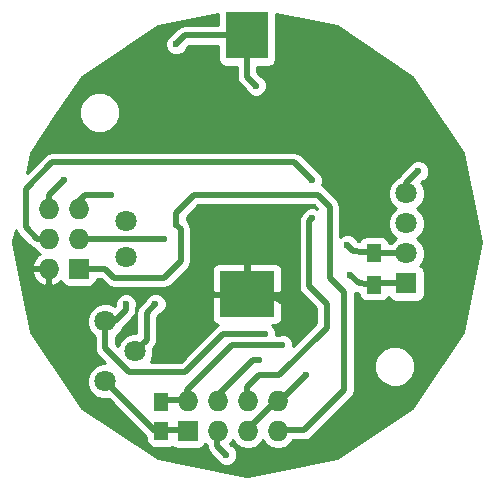
<source format=gbl>
G04 #@! TF.FileFunction,Copper,L2,Bot,Signal*
%FSLAX46Y46*%
G04 Gerber Fmt 4.6, Leading zero omitted, Abs format (unit mm)*
G04 Created by KiCad (PCBNEW 4.0.4+e1-6308~48~ubuntu16.04.1-stable) date Tue Dec 13 09:27:16 2016*
%MOMM*%
%LPD*%
G01*
G04 APERTURE LIST*
%ADD10C,0.100000*%
%ADD11R,3.600000X4.000000*%
%ADD12R,4.600000X4.000000*%
%ADD13R,1.250000X1.500000*%
%ADD14R,1.300000X1.500000*%
%ADD15R,1.727200X1.727200*%
%ADD16O,1.727200X1.727200*%
%ADD17C,1.800000*%
%ADD18R,1.800000X1.800000*%
%ADD19C,0.600000*%
%ADD20C,0.500000*%
%ADD21C,0.254000*%
G04 APERTURE END LIST*
D10*
D11*
X189500000Y-100250000D03*
D12*
X189500000Y-122150000D03*
D13*
X182250000Y-131250000D03*
X182250000Y-133750000D03*
D14*
X200250000Y-118650000D03*
X200250000Y-121350000D03*
D15*
X175250000Y-120000000D03*
D16*
X172710000Y-120000000D03*
X175250000Y-117460000D03*
X172710000Y-117460000D03*
X175250000Y-114920000D03*
X172710000Y-114920000D03*
D15*
X184500000Y-133750000D03*
D16*
X184500000Y-131210000D03*
X187040000Y-133750000D03*
X187040000Y-131210000D03*
X189580000Y-133750000D03*
X189580000Y-131210000D03*
X192120000Y-133750000D03*
X192120000Y-131210000D03*
D17*
X179250000Y-119000000D03*
X179250000Y-116000000D03*
X177500000Y-129540000D03*
X177500000Y-124460000D03*
X180040000Y-127000000D03*
D18*
X203000000Y-121250000D03*
D17*
X203000000Y-118710000D03*
X203000000Y-116170000D03*
X203000000Y-113630000D03*
D19*
X190250000Y-104500000D03*
X183500000Y-101000000D03*
X204000000Y-111750000D03*
X174000000Y-112500000D03*
X192500000Y-115000000D03*
X195000000Y-124250000D03*
X183500000Y-116250000D03*
X194500000Y-129000000D03*
X182500000Y-117500000D03*
X190500000Y-127750000D03*
X187750000Y-135750000D03*
X181750000Y-123000000D03*
X178000000Y-113750000D03*
X198000000Y-118000000D03*
X195000000Y-112500000D03*
X195000000Y-115750000D03*
X192500000Y-126500000D03*
X179250000Y-123000000D03*
X191000000Y-125500000D03*
X198250000Y-120500000D03*
D20*
X189500000Y-100250000D02*
X189500000Y-103750000D01*
X189500000Y-103750000D02*
X190250000Y-104500000D01*
X189250000Y-100500000D02*
X189500000Y-100250000D01*
X189500000Y-100250000D02*
X184250000Y-100250000D01*
X184250000Y-100250000D02*
X183500000Y-101000000D01*
X203000000Y-113630000D02*
X203000000Y-112750000D01*
X203000000Y-112750000D02*
X204000000Y-111750000D01*
X172710000Y-114920000D02*
X172710000Y-113790000D01*
X172710000Y-113790000D02*
X174000000Y-112500000D01*
X182250000Y-133750000D02*
X181710000Y-133750000D01*
X181710000Y-133750000D02*
X177500000Y-129540000D01*
X184440000Y-133650000D02*
X182350000Y-133650000D01*
X182350000Y-133650000D02*
X182250000Y-133750000D01*
X189500000Y-122150000D02*
X189500000Y-118000000D01*
X189500000Y-118000000D02*
X192500000Y-115000000D01*
X195000000Y-124250000D02*
X191400000Y-122150000D01*
X191400000Y-122150000D02*
X189500000Y-122150000D01*
X175250000Y-120000000D02*
X177500000Y-120000000D01*
X182500000Y-120750000D02*
X183870000Y-119380000D01*
X178250000Y-120750000D02*
X182500000Y-120750000D01*
X177500000Y-120000000D02*
X178250000Y-120750000D01*
X183870000Y-119380000D02*
X183870000Y-116630000D01*
X183870000Y-116630000D02*
X183500000Y-116260000D01*
X183500000Y-116250000D02*
X183500000Y-116260000D01*
X183500000Y-116260000D02*
X183500000Y-115250000D01*
X183500000Y-115250000D02*
X185000000Y-113750000D01*
X185000000Y-113750000D02*
X195500000Y-113750000D01*
X195500000Y-113750000D02*
X196500000Y-114750000D01*
X194350000Y-133650000D02*
X192060000Y-133650000D01*
X197750000Y-130250000D02*
X194350000Y-133650000D01*
X197750000Y-122000000D02*
X197750000Y-130250000D01*
X196500000Y-120750000D02*
X197750000Y-122000000D01*
X196500000Y-114750000D02*
X196500000Y-120750000D01*
X194500000Y-129000000D02*
X192390000Y-131110000D01*
X192390000Y-131110000D02*
X192060000Y-131110000D01*
X189520000Y-133650000D02*
X192060000Y-131110000D01*
X182500000Y-117500000D02*
X182460000Y-117460000D01*
X182460000Y-117460000D02*
X175250000Y-117460000D01*
X186980000Y-131110000D02*
X186980000Y-130770000D01*
X186980000Y-130770000D02*
X190000000Y-127750000D01*
X190000000Y-127750000D02*
X190500000Y-127750000D01*
X186980000Y-134980000D02*
X186980000Y-133650000D01*
X187750000Y-135750000D02*
X186980000Y-134980000D01*
X181000000Y-126040000D02*
X180040000Y-127000000D01*
X181000000Y-123750000D02*
X181000000Y-126040000D01*
X181750000Y-123000000D02*
X181000000Y-123750000D01*
X175750000Y-113750000D02*
X175250000Y-114250000D01*
X178000000Y-113750000D02*
X175750000Y-113750000D01*
X175250000Y-114250000D02*
X175250000Y-114920000D01*
X200250000Y-118650000D02*
X198500000Y-118500000D01*
X198500000Y-118500000D02*
X198000000Y-118000000D01*
X203000000Y-118710000D02*
X200310000Y-118710000D01*
X200310000Y-118710000D02*
X200250000Y-118650000D01*
X172710000Y-117460000D02*
X171710000Y-117460000D01*
X170750000Y-113250000D02*
X173000000Y-111000000D01*
X170750000Y-116500000D02*
X170750000Y-113250000D01*
X171710000Y-117460000D02*
X170750000Y-116500000D01*
X193500000Y-111000000D02*
X195000000Y-112500000D01*
X173000000Y-111000000D02*
X193500000Y-111000000D01*
X194750000Y-116000000D02*
X195000000Y-115750000D01*
X194750000Y-116000000D02*
X194750000Y-121500000D01*
X194750000Y-121500000D02*
X196250000Y-123000000D01*
X189520000Y-131110000D02*
X189520000Y-129980000D01*
X190500000Y-129000000D02*
X189520000Y-129980000D01*
X192250000Y-129000000D02*
X190500000Y-129000000D01*
X196250000Y-125000000D02*
X192250000Y-129000000D01*
X196250000Y-123000000D02*
X196250000Y-125000000D01*
X184440000Y-130310000D02*
X184440000Y-131110000D01*
X188250000Y-126500000D02*
X184440000Y-130310000D01*
X192500000Y-126500000D02*
X188250000Y-126500000D01*
X184440000Y-131110000D02*
X182390000Y-131110000D01*
X182390000Y-131110000D02*
X182250000Y-131250000D01*
X177500000Y-124460000D02*
X178290000Y-124460000D01*
X179250000Y-123500000D02*
X179250000Y-123000000D01*
X178290000Y-124460000D02*
X179250000Y-123500000D01*
X177500000Y-126750000D02*
X177500000Y-124460000D01*
X179500000Y-128750000D02*
X177500000Y-126750000D01*
X184250000Y-128750000D02*
X179500000Y-128750000D01*
X187500000Y-125500000D02*
X184250000Y-128750000D01*
X191000000Y-125500000D02*
X187500000Y-125500000D01*
X177500000Y-124460000D02*
X177500000Y-124000000D01*
X199000000Y-121250000D02*
X200250000Y-121350000D01*
X198250000Y-120500000D02*
X199000000Y-121250000D01*
X203000000Y-121250000D02*
X200350000Y-121250000D01*
X200350000Y-121250000D02*
X200250000Y-121350000D01*
D21*
G36*
X197078554Y-99453753D02*
X203503341Y-103746659D01*
X207796247Y-110171446D01*
X209303715Y-117750000D01*
X207796247Y-125328554D01*
X203503341Y-131753341D01*
X197078554Y-136046247D01*
X189568950Y-137540000D01*
X189500000Y-137526285D01*
X189431050Y-137540000D01*
X181921446Y-136046247D01*
X175496659Y-131753341D01*
X171203753Y-125328554D01*
X170215253Y-120359026D01*
X171255042Y-120359026D01*
X171427312Y-120774947D01*
X171821510Y-121206821D01*
X172350973Y-121454968D01*
X172583000Y-121334469D01*
X172583000Y-120127000D01*
X171376183Y-120127000D01*
X171255042Y-120359026D01*
X170215253Y-120359026D01*
X169710000Y-117818950D01*
X169723715Y-117750000D01*
X169710000Y-117681050D01*
X169904963Y-116700906D01*
X169920761Y-116780327D01*
X169932367Y-116838675D01*
X170083700Y-117065162D01*
X170124210Y-117125790D01*
X171084208Y-118085787D01*
X171084210Y-118085790D01*
X171371325Y-118277633D01*
X171427516Y-118288810D01*
X171472724Y-118297803D01*
X171620971Y-118519670D01*
X171944228Y-118735664D01*
X171821510Y-118793179D01*
X171427312Y-119225053D01*
X171255042Y-119640974D01*
X171376183Y-119873000D01*
X172583000Y-119873000D01*
X172583000Y-119853000D01*
X172837000Y-119853000D01*
X172837000Y-119873000D01*
X172857000Y-119873000D01*
X172857000Y-120127000D01*
X172837000Y-120127000D01*
X172837000Y-121334469D01*
X173069027Y-121454968D01*
X173598490Y-121206821D01*
X173768495Y-121020567D01*
X173783238Y-121098917D01*
X173922310Y-121315041D01*
X174134510Y-121460031D01*
X174386400Y-121511040D01*
X176113600Y-121511040D01*
X176348917Y-121466762D01*
X176565041Y-121327690D01*
X176710031Y-121115490D01*
X176756706Y-120885000D01*
X177133420Y-120885000D01*
X177624208Y-121375787D01*
X177624210Y-121375790D01*
X177843620Y-121522394D01*
X177911325Y-121567633D01*
X178250000Y-121635001D01*
X178250005Y-121635000D01*
X182499995Y-121635000D01*
X182500000Y-121635001D01*
X182782484Y-121578810D01*
X182838675Y-121567633D01*
X183125790Y-121375790D01*
X183125791Y-121375789D01*
X184477889Y-120023690D01*
X186565000Y-120023690D01*
X186565000Y-121864250D01*
X186723750Y-122023000D01*
X189373000Y-122023000D01*
X189373000Y-119673750D01*
X189627000Y-119673750D01*
X189627000Y-122023000D01*
X192276250Y-122023000D01*
X192435000Y-121864250D01*
X192435000Y-120023690D01*
X192338327Y-119790301D01*
X192159698Y-119611673D01*
X191926309Y-119515000D01*
X189785750Y-119515000D01*
X189627000Y-119673750D01*
X189373000Y-119673750D01*
X189214250Y-119515000D01*
X187073691Y-119515000D01*
X186840302Y-119611673D01*
X186661673Y-119790301D01*
X186565000Y-120023690D01*
X184477889Y-120023690D01*
X184495787Y-120005792D01*
X184495790Y-120005790D01*
X184687633Y-119718675D01*
X184687634Y-119718674D01*
X184755001Y-119380000D01*
X184755000Y-119379995D01*
X184755000Y-116630005D01*
X184755001Y-116630000D01*
X184687633Y-116291326D01*
X184687633Y-116291325D01*
X184495790Y-116004210D01*
X184495787Y-116004208D01*
X184385000Y-115893421D01*
X184385000Y-115616580D01*
X185366579Y-114635000D01*
X195133420Y-114635000D01*
X195403611Y-114905191D01*
X195186799Y-114815162D01*
X194814833Y-114814838D01*
X194471057Y-114956883D01*
X194207808Y-115219673D01*
X194157434Y-115340986D01*
X194124210Y-115374210D01*
X193932367Y-115661325D01*
X193926001Y-115693330D01*
X193864999Y-116000000D01*
X193865000Y-116000005D01*
X193865000Y-121499995D01*
X193864999Y-121500000D01*
X193915285Y-121752799D01*
X193932367Y-121838675D01*
X194083700Y-122065162D01*
X194124210Y-122125790D01*
X195365000Y-123366579D01*
X195365000Y-124633421D01*
X193434945Y-126563475D01*
X193435162Y-126314833D01*
X193293117Y-125971057D01*
X193030327Y-125707808D01*
X192686799Y-125565162D01*
X192314833Y-125564838D01*
X192193431Y-125615000D01*
X191934901Y-125615000D01*
X191935162Y-125314833D01*
X191793117Y-124971057D01*
X191607384Y-124785000D01*
X191926309Y-124785000D01*
X192159698Y-124688327D01*
X192338327Y-124509699D01*
X192435000Y-124276310D01*
X192435000Y-122435750D01*
X192276250Y-122277000D01*
X189627000Y-122277000D01*
X189627000Y-122297000D01*
X189373000Y-122297000D01*
X189373000Y-122277000D01*
X186723750Y-122277000D01*
X186565000Y-122435750D01*
X186565000Y-124276310D01*
X186661673Y-124509699D01*
X186840302Y-124688327D01*
X187032968Y-124768132D01*
X186874210Y-124874210D01*
X186874208Y-124874213D01*
X183883420Y-127865000D01*
X181342894Y-127865000D01*
X181574733Y-127306670D01*
X181575247Y-126716332D01*
X181625787Y-126665792D01*
X181625790Y-126665790D01*
X181817633Y-126378675D01*
X181867226Y-126129357D01*
X181885001Y-126040000D01*
X181885000Y-126039995D01*
X181885000Y-124116580D01*
X182158835Y-123842745D01*
X182278943Y-123793117D01*
X182542192Y-123530327D01*
X182684838Y-123186799D01*
X182685162Y-122814833D01*
X182543117Y-122471057D01*
X182280327Y-122207808D01*
X181936799Y-122065162D01*
X181564833Y-122064838D01*
X181221057Y-122206883D01*
X180957808Y-122469673D01*
X180907434Y-122590987D01*
X180374210Y-123124210D01*
X180182367Y-123411325D01*
X180182367Y-123411326D01*
X180114999Y-123750000D01*
X180115000Y-123750005D01*
X180115000Y-125465065D01*
X179736009Y-125464735D01*
X179171629Y-125697932D01*
X178739449Y-126129357D01*
X178560909Y-126559329D01*
X178385000Y-126383420D01*
X178385000Y-125745468D01*
X178800551Y-125330643D01*
X178897013Y-125098336D01*
X178915790Y-125085790D01*
X179875787Y-124125792D01*
X179875790Y-124125790D01*
X180067633Y-123838675D01*
X180085272Y-123750000D01*
X180135001Y-123500000D01*
X180135000Y-123499995D01*
X180135000Y-123306822D01*
X180184838Y-123186799D01*
X180185162Y-122814833D01*
X180043117Y-122471057D01*
X179780327Y-122207808D01*
X179436799Y-122065162D01*
X179064833Y-122064838D01*
X178721057Y-122206883D01*
X178457808Y-122469673D01*
X178315162Y-122813201D01*
X178314881Y-123136294D01*
X177806670Y-122925267D01*
X177196009Y-122924735D01*
X176631629Y-123157932D01*
X176199449Y-123589357D01*
X175965267Y-124153330D01*
X175964735Y-124763991D01*
X176197932Y-125328371D01*
X176615000Y-125746169D01*
X176615000Y-126749995D01*
X176614999Y-126750000D01*
X176670761Y-127030327D01*
X176682367Y-127088675D01*
X176802512Y-127268485D01*
X176874210Y-127375790D01*
X177503423Y-128005003D01*
X177196009Y-128004735D01*
X176631629Y-128237932D01*
X176199449Y-128669357D01*
X175965267Y-129233330D01*
X175964735Y-129843991D01*
X176197932Y-130408371D01*
X176629357Y-130840551D01*
X177193330Y-131074733D01*
X177783668Y-131075247D01*
X180977560Y-134269139D01*
X180977560Y-134500000D01*
X181021838Y-134735317D01*
X181160910Y-134951441D01*
X181373110Y-135096431D01*
X181625000Y-135147440D01*
X182875000Y-135147440D01*
X183110317Y-135103162D01*
X183171504Y-135063789D01*
X183172310Y-135065041D01*
X183384510Y-135210031D01*
X183636400Y-135261040D01*
X185363600Y-135261040D01*
X185598917Y-135216762D01*
X185815041Y-135077690D01*
X185960031Y-134865490D01*
X185968864Y-134821869D01*
X185980330Y-134839029D01*
X186095000Y-134915649D01*
X186095000Y-134979995D01*
X186094999Y-134980000D01*
X186123685Y-135124210D01*
X186162367Y-135318675D01*
X186325753Y-135563201D01*
X186354210Y-135605790D01*
X186907255Y-136158835D01*
X186956883Y-136278943D01*
X187219673Y-136542192D01*
X187563201Y-136684838D01*
X187935167Y-136685162D01*
X188278943Y-136543117D01*
X188542192Y-136280327D01*
X188684838Y-135936799D01*
X188685162Y-135564833D01*
X188543117Y-135221057D01*
X188280327Y-134957808D01*
X188159013Y-134907434D01*
X188094238Y-134842659D01*
X188099670Y-134839029D01*
X188310000Y-134524248D01*
X188520330Y-134839029D01*
X189006511Y-135163885D01*
X189580000Y-135277959D01*
X190153489Y-135163885D01*
X190639670Y-134839029D01*
X190850000Y-134524248D01*
X191060330Y-134839029D01*
X191546511Y-135163885D01*
X192120000Y-135277959D01*
X192693489Y-135163885D01*
X193179670Y-134839029D01*
X193382816Y-134535000D01*
X194349995Y-134535000D01*
X194350000Y-134535001D01*
X194632484Y-134478810D01*
X194688675Y-134467633D01*
X194975790Y-134275790D01*
X198375787Y-130875792D01*
X198375790Y-130875790D01*
X198567633Y-130588675D01*
X198585272Y-130500000D01*
X198635001Y-130250000D01*
X198635000Y-130249995D01*
X198635000Y-128593599D01*
X200264699Y-128593599D01*
X200528281Y-129231515D01*
X201015918Y-129720004D01*
X201653373Y-129984699D01*
X202343599Y-129985301D01*
X202981515Y-129721719D01*
X203470004Y-129234082D01*
X203734699Y-128596627D01*
X203735301Y-127906401D01*
X203471719Y-127268485D01*
X202984082Y-126779996D01*
X202346627Y-126515301D01*
X201656401Y-126514699D01*
X201018485Y-126778281D01*
X200529996Y-127265918D01*
X200265301Y-127903373D01*
X200264699Y-128593599D01*
X198635000Y-128593599D01*
X198635000Y-122050043D01*
X198661325Y-122067633D01*
X198796665Y-122094554D01*
X198929425Y-122132182D01*
X198959062Y-122134553D01*
X198996838Y-122335317D01*
X199135910Y-122551441D01*
X199348110Y-122696431D01*
X199600000Y-122747440D01*
X200900000Y-122747440D01*
X201135317Y-122703162D01*
X201351441Y-122564090D01*
X201491818Y-122358641D01*
X201496838Y-122385317D01*
X201635910Y-122601441D01*
X201848110Y-122746431D01*
X202100000Y-122797440D01*
X203900000Y-122797440D01*
X204135317Y-122753162D01*
X204351441Y-122614090D01*
X204496431Y-122401890D01*
X204547440Y-122150000D01*
X204547440Y-120350000D01*
X204503162Y-120114683D01*
X204364090Y-119898559D01*
X204151890Y-119753569D01*
X204131466Y-119749433D01*
X204300551Y-119580643D01*
X204534733Y-119016670D01*
X204535265Y-118406009D01*
X204302068Y-117841629D01*
X203900818Y-117439677D01*
X204300551Y-117040643D01*
X204534733Y-116476670D01*
X204535265Y-115866009D01*
X204302068Y-115301629D01*
X203900818Y-114899677D01*
X204300551Y-114500643D01*
X204534733Y-113936670D01*
X204535265Y-113326009D01*
X204302068Y-112761629D01*
X204271036Y-112730543D01*
X204408835Y-112592745D01*
X204528943Y-112543117D01*
X204792192Y-112280327D01*
X204934838Y-111936799D01*
X204935162Y-111564833D01*
X204793117Y-111221057D01*
X204530327Y-110957808D01*
X204186799Y-110815162D01*
X203814833Y-110814838D01*
X203471057Y-110956883D01*
X203207808Y-111219673D01*
X203157434Y-111340987D01*
X202374210Y-112124210D01*
X202278689Y-112267168D01*
X202131629Y-112327932D01*
X201699449Y-112759357D01*
X201465267Y-113323330D01*
X201464735Y-113933991D01*
X201697932Y-114498371D01*
X202099182Y-114900323D01*
X201699449Y-115299357D01*
X201465267Y-115863330D01*
X201464735Y-116473991D01*
X201697932Y-117038371D01*
X202099182Y-117440323D01*
X201713831Y-117825000D01*
X201533328Y-117825000D01*
X201503162Y-117664683D01*
X201364090Y-117448559D01*
X201151890Y-117303569D01*
X200900000Y-117252560D01*
X199600000Y-117252560D01*
X199364683Y-117296838D01*
X199148559Y-117435910D01*
X199003569Y-117648110D01*
X199002214Y-117654802D01*
X198897397Y-117645817D01*
X198842744Y-117591165D01*
X198793117Y-117471057D01*
X198530327Y-117207808D01*
X198186799Y-117065162D01*
X197814833Y-117064838D01*
X197471057Y-117206883D01*
X197385000Y-117292790D01*
X197385000Y-114750005D01*
X197385001Y-114750000D01*
X197317634Y-114411326D01*
X197213708Y-114255790D01*
X197125790Y-114124210D01*
X197125787Y-114124208D01*
X196125790Y-113124210D01*
X195983212Y-113028943D01*
X195838675Y-112932367D01*
X195833312Y-112931300D01*
X195934838Y-112686799D01*
X195935162Y-112314833D01*
X195793117Y-111971057D01*
X195530327Y-111707808D01*
X195409013Y-111657434D01*
X194125790Y-110374210D01*
X193838675Y-110182367D01*
X193782484Y-110171190D01*
X193500000Y-110114999D01*
X193499995Y-110115000D01*
X173000005Y-110115000D01*
X173000000Y-110114999D01*
X172661326Y-110182366D01*
X172661324Y-110182367D01*
X172661325Y-110182367D01*
X172374210Y-110374210D01*
X172374208Y-110374213D01*
X170862778Y-111885642D01*
X171203753Y-110171446D01*
X173260304Y-107093599D01*
X175264699Y-107093599D01*
X175528281Y-107731515D01*
X176015918Y-108220004D01*
X176653373Y-108484699D01*
X177343599Y-108485301D01*
X177981515Y-108221719D01*
X178470004Y-107734082D01*
X178734699Y-107096627D01*
X178735301Y-106406401D01*
X178471719Y-105768485D01*
X177984082Y-105279996D01*
X177346627Y-105015301D01*
X176656401Y-105014699D01*
X176018485Y-105278281D01*
X175529996Y-105765918D01*
X175265301Y-106403373D01*
X175264699Y-107093599D01*
X173260304Y-107093599D01*
X175496659Y-103746659D01*
X181921446Y-99453753D01*
X187052560Y-98433111D01*
X187052560Y-99365000D01*
X184250005Y-99365000D01*
X184250000Y-99364999D01*
X183911325Y-99432367D01*
X183624210Y-99624210D01*
X183624208Y-99624213D01*
X183091165Y-100157256D01*
X182971057Y-100206883D01*
X182707808Y-100469673D01*
X182565162Y-100813201D01*
X182564838Y-101185167D01*
X182706883Y-101528943D01*
X182969673Y-101792192D01*
X183313201Y-101934838D01*
X183685167Y-101935162D01*
X184028943Y-101793117D01*
X184292192Y-101530327D01*
X184342566Y-101409014D01*
X184616579Y-101135000D01*
X187052560Y-101135000D01*
X187052560Y-102250000D01*
X187096838Y-102485317D01*
X187235910Y-102701441D01*
X187448110Y-102846431D01*
X187700000Y-102897440D01*
X188615000Y-102897440D01*
X188615000Y-103749995D01*
X188614999Y-103750000D01*
X188658696Y-103969673D01*
X188682367Y-104088675D01*
X188730910Y-104161325D01*
X188874210Y-104375790D01*
X189407255Y-104908835D01*
X189456883Y-105028943D01*
X189719673Y-105292192D01*
X190063201Y-105434838D01*
X190435167Y-105435162D01*
X190778943Y-105293117D01*
X191042192Y-105030327D01*
X191184838Y-104686799D01*
X191185162Y-104314833D01*
X191043117Y-103971057D01*
X190780327Y-103707808D01*
X190659013Y-103657434D01*
X190385000Y-103383420D01*
X190385000Y-102897440D01*
X191300000Y-102897440D01*
X191535317Y-102853162D01*
X191751441Y-102714090D01*
X191896431Y-102501890D01*
X191947440Y-102250000D01*
X191947440Y-98433111D01*
X197078554Y-99453753D01*
X197078554Y-99453753D01*
G37*
X197078554Y-99453753D02*
X203503341Y-103746659D01*
X207796247Y-110171446D01*
X209303715Y-117750000D01*
X207796247Y-125328554D01*
X203503341Y-131753341D01*
X197078554Y-136046247D01*
X189568950Y-137540000D01*
X189500000Y-137526285D01*
X189431050Y-137540000D01*
X181921446Y-136046247D01*
X175496659Y-131753341D01*
X171203753Y-125328554D01*
X170215253Y-120359026D01*
X171255042Y-120359026D01*
X171427312Y-120774947D01*
X171821510Y-121206821D01*
X172350973Y-121454968D01*
X172583000Y-121334469D01*
X172583000Y-120127000D01*
X171376183Y-120127000D01*
X171255042Y-120359026D01*
X170215253Y-120359026D01*
X169710000Y-117818950D01*
X169723715Y-117750000D01*
X169710000Y-117681050D01*
X169904963Y-116700906D01*
X169920761Y-116780327D01*
X169932367Y-116838675D01*
X170083700Y-117065162D01*
X170124210Y-117125790D01*
X171084208Y-118085787D01*
X171084210Y-118085790D01*
X171371325Y-118277633D01*
X171427516Y-118288810D01*
X171472724Y-118297803D01*
X171620971Y-118519670D01*
X171944228Y-118735664D01*
X171821510Y-118793179D01*
X171427312Y-119225053D01*
X171255042Y-119640974D01*
X171376183Y-119873000D01*
X172583000Y-119873000D01*
X172583000Y-119853000D01*
X172837000Y-119853000D01*
X172837000Y-119873000D01*
X172857000Y-119873000D01*
X172857000Y-120127000D01*
X172837000Y-120127000D01*
X172837000Y-121334469D01*
X173069027Y-121454968D01*
X173598490Y-121206821D01*
X173768495Y-121020567D01*
X173783238Y-121098917D01*
X173922310Y-121315041D01*
X174134510Y-121460031D01*
X174386400Y-121511040D01*
X176113600Y-121511040D01*
X176348917Y-121466762D01*
X176565041Y-121327690D01*
X176710031Y-121115490D01*
X176756706Y-120885000D01*
X177133420Y-120885000D01*
X177624208Y-121375787D01*
X177624210Y-121375790D01*
X177843620Y-121522394D01*
X177911325Y-121567633D01*
X178250000Y-121635001D01*
X178250005Y-121635000D01*
X182499995Y-121635000D01*
X182500000Y-121635001D01*
X182782484Y-121578810D01*
X182838675Y-121567633D01*
X183125790Y-121375790D01*
X183125791Y-121375789D01*
X184477889Y-120023690D01*
X186565000Y-120023690D01*
X186565000Y-121864250D01*
X186723750Y-122023000D01*
X189373000Y-122023000D01*
X189373000Y-119673750D01*
X189627000Y-119673750D01*
X189627000Y-122023000D01*
X192276250Y-122023000D01*
X192435000Y-121864250D01*
X192435000Y-120023690D01*
X192338327Y-119790301D01*
X192159698Y-119611673D01*
X191926309Y-119515000D01*
X189785750Y-119515000D01*
X189627000Y-119673750D01*
X189373000Y-119673750D01*
X189214250Y-119515000D01*
X187073691Y-119515000D01*
X186840302Y-119611673D01*
X186661673Y-119790301D01*
X186565000Y-120023690D01*
X184477889Y-120023690D01*
X184495787Y-120005792D01*
X184495790Y-120005790D01*
X184687633Y-119718675D01*
X184687634Y-119718674D01*
X184755001Y-119380000D01*
X184755000Y-119379995D01*
X184755000Y-116630005D01*
X184755001Y-116630000D01*
X184687633Y-116291326D01*
X184687633Y-116291325D01*
X184495790Y-116004210D01*
X184495787Y-116004208D01*
X184385000Y-115893421D01*
X184385000Y-115616580D01*
X185366579Y-114635000D01*
X195133420Y-114635000D01*
X195403611Y-114905191D01*
X195186799Y-114815162D01*
X194814833Y-114814838D01*
X194471057Y-114956883D01*
X194207808Y-115219673D01*
X194157434Y-115340986D01*
X194124210Y-115374210D01*
X193932367Y-115661325D01*
X193926001Y-115693330D01*
X193864999Y-116000000D01*
X193865000Y-116000005D01*
X193865000Y-121499995D01*
X193864999Y-121500000D01*
X193915285Y-121752799D01*
X193932367Y-121838675D01*
X194083700Y-122065162D01*
X194124210Y-122125790D01*
X195365000Y-123366579D01*
X195365000Y-124633421D01*
X193434945Y-126563475D01*
X193435162Y-126314833D01*
X193293117Y-125971057D01*
X193030327Y-125707808D01*
X192686799Y-125565162D01*
X192314833Y-125564838D01*
X192193431Y-125615000D01*
X191934901Y-125615000D01*
X191935162Y-125314833D01*
X191793117Y-124971057D01*
X191607384Y-124785000D01*
X191926309Y-124785000D01*
X192159698Y-124688327D01*
X192338327Y-124509699D01*
X192435000Y-124276310D01*
X192435000Y-122435750D01*
X192276250Y-122277000D01*
X189627000Y-122277000D01*
X189627000Y-122297000D01*
X189373000Y-122297000D01*
X189373000Y-122277000D01*
X186723750Y-122277000D01*
X186565000Y-122435750D01*
X186565000Y-124276310D01*
X186661673Y-124509699D01*
X186840302Y-124688327D01*
X187032968Y-124768132D01*
X186874210Y-124874210D01*
X186874208Y-124874213D01*
X183883420Y-127865000D01*
X181342894Y-127865000D01*
X181574733Y-127306670D01*
X181575247Y-126716332D01*
X181625787Y-126665792D01*
X181625790Y-126665790D01*
X181817633Y-126378675D01*
X181867226Y-126129357D01*
X181885001Y-126040000D01*
X181885000Y-126039995D01*
X181885000Y-124116580D01*
X182158835Y-123842745D01*
X182278943Y-123793117D01*
X182542192Y-123530327D01*
X182684838Y-123186799D01*
X182685162Y-122814833D01*
X182543117Y-122471057D01*
X182280327Y-122207808D01*
X181936799Y-122065162D01*
X181564833Y-122064838D01*
X181221057Y-122206883D01*
X180957808Y-122469673D01*
X180907434Y-122590987D01*
X180374210Y-123124210D01*
X180182367Y-123411325D01*
X180182367Y-123411326D01*
X180114999Y-123750000D01*
X180115000Y-123750005D01*
X180115000Y-125465065D01*
X179736009Y-125464735D01*
X179171629Y-125697932D01*
X178739449Y-126129357D01*
X178560909Y-126559329D01*
X178385000Y-126383420D01*
X178385000Y-125745468D01*
X178800551Y-125330643D01*
X178897013Y-125098336D01*
X178915790Y-125085790D01*
X179875787Y-124125792D01*
X179875790Y-124125790D01*
X180067633Y-123838675D01*
X180085272Y-123750000D01*
X180135001Y-123500000D01*
X180135000Y-123499995D01*
X180135000Y-123306822D01*
X180184838Y-123186799D01*
X180185162Y-122814833D01*
X180043117Y-122471057D01*
X179780327Y-122207808D01*
X179436799Y-122065162D01*
X179064833Y-122064838D01*
X178721057Y-122206883D01*
X178457808Y-122469673D01*
X178315162Y-122813201D01*
X178314881Y-123136294D01*
X177806670Y-122925267D01*
X177196009Y-122924735D01*
X176631629Y-123157932D01*
X176199449Y-123589357D01*
X175965267Y-124153330D01*
X175964735Y-124763991D01*
X176197932Y-125328371D01*
X176615000Y-125746169D01*
X176615000Y-126749995D01*
X176614999Y-126750000D01*
X176670761Y-127030327D01*
X176682367Y-127088675D01*
X176802512Y-127268485D01*
X176874210Y-127375790D01*
X177503423Y-128005003D01*
X177196009Y-128004735D01*
X176631629Y-128237932D01*
X176199449Y-128669357D01*
X175965267Y-129233330D01*
X175964735Y-129843991D01*
X176197932Y-130408371D01*
X176629357Y-130840551D01*
X177193330Y-131074733D01*
X177783668Y-131075247D01*
X180977560Y-134269139D01*
X180977560Y-134500000D01*
X181021838Y-134735317D01*
X181160910Y-134951441D01*
X181373110Y-135096431D01*
X181625000Y-135147440D01*
X182875000Y-135147440D01*
X183110317Y-135103162D01*
X183171504Y-135063789D01*
X183172310Y-135065041D01*
X183384510Y-135210031D01*
X183636400Y-135261040D01*
X185363600Y-135261040D01*
X185598917Y-135216762D01*
X185815041Y-135077690D01*
X185960031Y-134865490D01*
X185968864Y-134821869D01*
X185980330Y-134839029D01*
X186095000Y-134915649D01*
X186095000Y-134979995D01*
X186094999Y-134980000D01*
X186123685Y-135124210D01*
X186162367Y-135318675D01*
X186325753Y-135563201D01*
X186354210Y-135605790D01*
X186907255Y-136158835D01*
X186956883Y-136278943D01*
X187219673Y-136542192D01*
X187563201Y-136684838D01*
X187935167Y-136685162D01*
X188278943Y-136543117D01*
X188542192Y-136280327D01*
X188684838Y-135936799D01*
X188685162Y-135564833D01*
X188543117Y-135221057D01*
X188280327Y-134957808D01*
X188159013Y-134907434D01*
X188094238Y-134842659D01*
X188099670Y-134839029D01*
X188310000Y-134524248D01*
X188520330Y-134839029D01*
X189006511Y-135163885D01*
X189580000Y-135277959D01*
X190153489Y-135163885D01*
X190639670Y-134839029D01*
X190850000Y-134524248D01*
X191060330Y-134839029D01*
X191546511Y-135163885D01*
X192120000Y-135277959D01*
X192693489Y-135163885D01*
X193179670Y-134839029D01*
X193382816Y-134535000D01*
X194349995Y-134535000D01*
X194350000Y-134535001D01*
X194632484Y-134478810D01*
X194688675Y-134467633D01*
X194975790Y-134275790D01*
X198375787Y-130875792D01*
X198375790Y-130875790D01*
X198567633Y-130588675D01*
X198585272Y-130500000D01*
X198635001Y-130250000D01*
X198635000Y-130249995D01*
X198635000Y-128593599D01*
X200264699Y-128593599D01*
X200528281Y-129231515D01*
X201015918Y-129720004D01*
X201653373Y-129984699D01*
X202343599Y-129985301D01*
X202981515Y-129721719D01*
X203470004Y-129234082D01*
X203734699Y-128596627D01*
X203735301Y-127906401D01*
X203471719Y-127268485D01*
X202984082Y-126779996D01*
X202346627Y-126515301D01*
X201656401Y-126514699D01*
X201018485Y-126778281D01*
X200529996Y-127265918D01*
X200265301Y-127903373D01*
X200264699Y-128593599D01*
X198635000Y-128593599D01*
X198635000Y-122050043D01*
X198661325Y-122067633D01*
X198796665Y-122094554D01*
X198929425Y-122132182D01*
X198959062Y-122134553D01*
X198996838Y-122335317D01*
X199135910Y-122551441D01*
X199348110Y-122696431D01*
X199600000Y-122747440D01*
X200900000Y-122747440D01*
X201135317Y-122703162D01*
X201351441Y-122564090D01*
X201491818Y-122358641D01*
X201496838Y-122385317D01*
X201635910Y-122601441D01*
X201848110Y-122746431D01*
X202100000Y-122797440D01*
X203900000Y-122797440D01*
X204135317Y-122753162D01*
X204351441Y-122614090D01*
X204496431Y-122401890D01*
X204547440Y-122150000D01*
X204547440Y-120350000D01*
X204503162Y-120114683D01*
X204364090Y-119898559D01*
X204151890Y-119753569D01*
X204131466Y-119749433D01*
X204300551Y-119580643D01*
X204534733Y-119016670D01*
X204535265Y-118406009D01*
X204302068Y-117841629D01*
X203900818Y-117439677D01*
X204300551Y-117040643D01*
X204534733Y-116476670D01*
X204535265Y-115866009D01*
X204302068Y-115301629D01*
X203900818Y-114899677D01*
X204300551Y-114500643D01*
X204534733Y-113936670D01*
X204535265Y-113326009D01*
X204302068Y-112761629D01*
X204271036Y-112730543D01*
X204408835Y-112592745D01*
X204528943Y-112543117D01*
X204792192Y-112280327D01*
X204934838Y-111936799D01*
X204935162Y-111564833D01*
X204793117Y-111221057D01*
X204530327Y-110957808D01*
X204186799Y-110815162D01*
X203814833Y-110814838D01*
X203471057Y-110956883D01*
X203207808Y-111219673D01*
X203157434Y-111340987D01*
X202374210Y-112124210D01*
X202278689Y-112267168D01*
X202131629Y-112327932D01*
X201699449Y-112759357D01*
X201465267Y-113323330D01*
X201464735Y-113933991D01*
X201697932Y-114498371D01*
X202099182Y-114900323D01*
X201699449Y-115299357D01*
X201465267Y-115863330D01*
X201464735Y-116473991D01*
X201697932Y-117038371D01*
X202099182Y-117440323D01*
X201713831Y-117825000D01*
X201533328Y-117825000D01*
X201503162Y-117664683D01*
X201364090Y-117448559D01*
X201151890Y-117303569D01*
X200900000Y-117252560D01*
X199600000Y-117252560D01*
X199364683Y-117296838D01*
X199148559Y-117435910D01*
X199003569Y-117648110D01*
X199002214Y-117654802D01*
X198897397Y-117645817D01*
X198842744Y-117591165D01*
X198793117Y-117471057D01*
X198530327Y-117207808D01*
X198186799Y-117065162D01*
X197814833Y-117064838D01*
X197471057Y-117206883D01*
X197385000Y-117292790D01*
X197385000Y-114750005D01*
X197385001Y-114750000D01*
X197317634Y-114411326D01*
X197213708Y-114255790D01*
X197125790Y-114124210D01*
X197125787Y-114124208D01*
X196125790Y-113124210D01*
X195983212Y-113028943D01*
X195838675Y-112932367D01*
X195833312Y-112931300D01*
X195934838Y-112686799D01*
X195935162Y-112314833D01*
X195793117Y-111971057D01*
X195530327Y-111707808D01*
X195409013Y-111657434D01*
X194125790Y-110374210D01*
X193838675Y-110182367D01*
X193782484Y-110171190D01*
X193500000Y-110114999D01*
X193499995Y-110115000D01*
X173000005Y-110115000D01*
X173000000Y-110114999D01*
X172661326Y-110182366D01*
X172661324Y-110182367D01*
X172661325Y-110182367D01*
X172374210Y-110374210D01*
X172374208Y-110374213D01*
X170862778Y-111885642D01*
X171203753Y-110171446D01*
X173260304Y-107093599D01*
X175264699Y-107093599D01*
X175528281Y-107731515D01*
X176015918Y-108220004D01*
X176653373Y-108484699D01*
X177343599Y-108485301D01*
X177981515Y-108221719D01*
X178470004Y-107734082D01*
X178734699Y-107096627D01*
X178735301Y-106406401D01*
X178471719Y-105768485D01*
X177984082Y-105279996D01*
X177346627Y-105015301D01*
X176656401Y-105014699D01*
X176018485Y-105278281D01*
X175529996Y-105765918D01*
X175265301Y-106403373D01*
X175264699Y-107093599D01*
X173260304Y-107093599D01*
X175496659Y-103746659D01*
X181921446Y-99453753D01*
X187052560Y-98433111D01*
X187052560Y-99365000D01*
X184250005Y-99365000D01*
X184250000Y-99364999D01*
X183911325Y-99432367D01*
X183624210Y-99624210D01*
X183624208Y-99624213D01*
X183091165Y-100157256D01*
X182971057Y-100206883D01*
X182707808Y-100469673D01*
X182565162Y-100813201D01*
X182564838Y-101185167D01*
X182706883Y-101528943D01*
X182969673Y-101792192D01*
X183313201Y-101934838D01*
X183685167Y-101935162D01*
X184028943Y-101793117D01*
X184292192Y-101530327D01*
X184342566Y-101409014D01*
X184616579Y-101135000D01*
X187052560Y-101135000D01*
X187052560Y-102250000D01*
X187096838Y-102485317D01*
X187235910Y-102701441D01*
X187448110Y-102846431D01*
X187700000Y-102897440D01*
X188615000Y-102897440D01*
X188615000Y-103749995D01*
X188614999Y-103750000D01*
X188658696Y-103969673D01*
X188682367Y-104088675D01*
X188730910Y-104161325D01*
X188874210Y-104375790D01*
X189407255Y-104908835D01*
X189456883Y-105028943D01*
X189719673Y-105292192D01*
X190063201Y-105434838D01*
X190435167Y-105435162D01*
X190778943Y-105293117D01*
X191042192Y-105030327D01*
X191184838Y-104686799D01*
X191185162Y-104314833D01*
X191043117Y-103971057D01*
X190780327Y-103707808D01*
X190659013Y-103657434D01*
X190385000Y-103383420D01*
X190385000Y-102897440D01*
X191300000Y-102897440D01*
X191535317Y-102853162D01*
X191751441Y-102714090D01*
X191896431Y-102501890D01*
X191947440Y-102250000D01*
X191947440Y-98433111D01*
X197078554Y-99453753D01*
M02*

</source>
